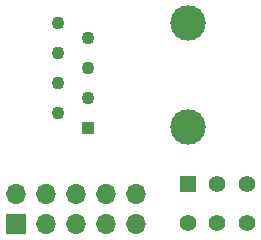
<source format=gbr>
%TF.GenerationSoftware,KiCad,Pcbnew,7.0.7*%
%TF.CreationDate,2023-11-14T17:33:56-06:00*%
%TF.ProjectId,Serial_To_RJ45,53657269-616c-45f5-946f-5f524a34352e,rev?*%
%TF.SameCoordinates,Original*%
%TF.FileFunction,Soldermask,Bot*%
%TF.FilePolarity,Negative*%
%FSLAX46Y46*%
G04 Gerber Fmt 4.6, Leading zero omitted, Abs format (unit mm)*
G04 Created by KiCad (PCBNEW 7.0.7) date 2023-11-14 17:33:56*
%MOMM*%
%LPD*%
G01*
G04 APERTURE LIST*
%ADD10R,1.100000X1.100000*%
%ADD11C,1.100000*%
%ADD12C,3.000000*%
%ADD13R,1.700000X1.700000*%
%ADD14O,1.700000X1.700000*%
%ADD15R,1.400000X1.400000*%
%ADD16C,1.400000*%
G04 APERTURE END LIST*
D10*
%TO.C,J1*%
X200375000Y-113995000D03*
D11*
X197835000Y-112725000D03*
X200375000Y-111455000D03*
X197835000Y-110185000D03*
X200375000Y-108915000D03*
X197835000Y-107645000D03*
X200375000Y-106375000D03*
X197835000Y-105105000D03*
D12*
X208875000Y-113950000D03*
X208875000Y-105150000D03*
%TD*%
D13*
%TO.C,J2*%
X194320416Y-122156440D03*
D14*
X194320416Y-119616440D03*
X196860416Y-122156440D03*
X196860416Y-119616440D03*
X199400416Y-122156440D03*
X199400416Y-119616440D03*
X201940416Y-122156440D03*
X201940416Y-119616440D03*
X204480416Y-122156440D03*
X204480416Y-119616440D03*
%TD*%
D15*
%TO.C,SW: Swap TX/RX*%
X208825000Y-118750000D03*
D16*
X211325000Y-118750000D03*
X213825000Y-118750000D03*
X208825000Y-122050000D03*
X211325000Y-122050000D03*
X213825000Y-122050000D03*
%TD*%
M02*

</source>
